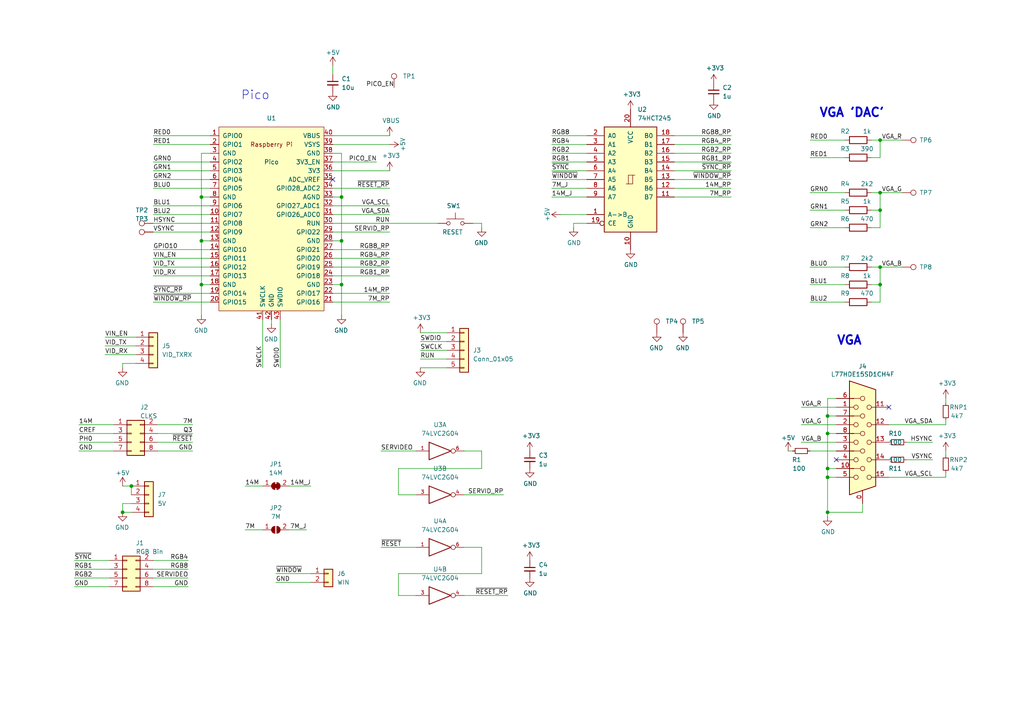
<source format=kicad_sch>
(kicad_sch (version 20211123) (generator eeschema)
  (paper "A4")
  (title_block (title "VGA Pico Proto") (date "2022-02-20") (rev "1") (company "twitch.tv/baldengineer"))
  (lib_symbols
    (symbol "74LVC2G04_1" (pin_names (offset 1.016))
      (property "Reference" "U3" (at -0.635 7.62 0))
      (property "Value" "74LVC2G04_1" (at -0.635 5.08 0))
      (symbol "74LVC2G04_1_0_1"
        (polyline (pts (xy -3.81 2.54) (xy -3.81 -2.54) (xy 2.54 0) (xy -3.81 2.54)) (stroke (width 0.254)))
        (pin power_in line (at 0 -2.54 270) (length 0) hide (name "GND") (number "2"))
        (pin power_in line (at 0 2.54 90) (length 0) hide (name "+3.3V") (number "5"))
      )
      (symbol "74LVC2G04_1_1_1"
        (pin input line (at -7.62 0 0) (length 3.81) (name "~") (number "1"))
        (pin output inverted (at 6.35 0 180) (length 3.81) (name "~") (number "6"))
      )
      (symbol "74LVC2G04_1_2_1"
        (pin input line (at -7.62 0 0) (length 3.81) (name "~") (number "3"))
        (pin output inverted (at 6.35 0 180) (length 3.81) (name "~") (number "4"))
      )
    )
    (symbol "74LVC2G04_2" (pin_names (offset 1.016))
      (property "Reference" "U3" (at -0.635 7.62 0))
      (property "Value" "74LVC2G04_2" (at -0.635 5.08 0))
      (symbol "74LVC2G04_2_0_1"
        (polyline (pts (xy -3.81 2.54) (xy -3.81 -2.54) (xy 2.54 0) (xy -3.81 2.54)) (stroke (width 0.254)))
        (pin power_in line (at 0 -2.54 270) (length 0) hide (name "GND") (number "2"))
        (pin power_in line (at 0 2.54 90) (length 0) hide (name "+3.3V") (number "5"))
      )
      (symbol "74LVC2G04_2_1_1"
        (pin input line (at -7.62 0 0) (length 3.81) (name "~") (number "1"))
        (pin output inverted (at 6.35 0 180) (length 3.81) (name "~") (number "6"))
      )
      (symbol "74LVC2G04_2_2_1"
        (pin input line (at -7.62 0 0) (length 3.81) (name "~") (number "3"))
        (pin output inverted (at 6.35 0 180) (length 3.81) (name "~") (number "4"))
      )
    )
    (symbol "74LVC2G04_3" (pin_names (offset 1.016))
      (property "Reference" "U4" (at -0.635 7.62 0))
      (property "Value" "74LVC2G04_3" (at -0.635 5.08 0))
      (symbol "74LVC2G04_3_0_1"
        (polyline (pts (xy -3.81 2.54) (xy -3.81 -2.54) (xy 2.54 0) (xy -3.81 2.54)) (stroke (width 0.254)))
        (pin power_in line (at 0 -2.54 270) (length 0) hide (name "GND") (number "2"))
        (pin power_in line (at 0 2.54 90) (length 0) hide (name "+3.3V") (number "5"))
      )
      (symbol "74LVC2G04_3_1_1"
        (pin input line (at -7.62 0 0) (length 3.81) (name "~") (number "1"))
        (pin output inverted (at 6.35 0 180) (length 3.81) (name "~") (number "6"))
      )
      (symbol "74LVC2G04_3_2_1"
        (pin input line (at -7.62 0 0) (length 3.81) (name "~") (number "3"))
        (pin output inverted (at 6.35 0 180) (length 3.81) (name "~") (number "4"))
      )
    )
    (symbol "74xGxx:74LVC2G04" (pin_names (offset 1.016))
      (property "Reference" "U4" (at -0.635 7.62 0))
      (property "Value" "74LVC2G04" (at -0.635 5.08 0))
      (symbol "74LVC2G04_0_1"
        (polyline (pts (xy -3.81 2.54) (xy -3.81 -2.54) (xy 2.54 0) (xy -3.81 2.54)) (stroke (width 0.254)))
        (pin power_in line (at 0 -2.54 270) (length 0) hide (name "GND") (number "2"))
        (pin power_in line (at 0 2.54 90) (length 0) hide (name "+3.3V") (number "5"))
      )
      (symbol "74LVC2G04_1_1"
        (pin input line (at -7.62 0 0) (length 3.81) (name "~") (number "1"))
        (pin output inverted (at 6.35 0 180) (length 3.81) (name "~") (number "6"))
      )
      (symbol "74LVC2G04_2_1"
        (pin input line (at -7.62 0 0) (length 3.81) (name "~") (number "3"))
        (pin output inverted (at 6.35 0 180) (length 3.81) (name "~") (number "4"))
      )
    )
    (symbol "74xx:74HC245" (pin_names (offset 1.016))
      (property "Reference" "U" (at -7.62 16.51 0))
      (property "Value" "74HC245" (at -7.62 -16.51 0))
      (symbol "74HC245_1_0"
        (polyline (pts (xy -0.635 -1.27) (xy -0.635 1.27) (xy 0.635 1.27)))
        (polyline (pts (xy -1.27 -1.27) (xy 0.635 -1.27) (xy 0.635 1.27) (xy 1.27 1.27)))
        (pin input line (at -12.7 -10.16 0) (length 5.08) (name "A->B") (number "1"))
        (pin power_in line (at 0 -20.32 90) (length 5.08) (name "GND") (number "10"))
        (pin tri_state line (at 12.7 -5.08 180) (length 5.08) (name "B7") (number "11"))
        (pin tri_state line (at 12.7 -2.54 180) (length 5.08) (name "B6") (number "12"))
        (pin tri_state line (at 12.7 0 180) (length 5.08) (name "B5") (number "13"))
        (pin tri_state line (at 12.7 2.54 180) (length 5.08) (name "B4") (number "14"))
        (pin tri_state line (at 12.7 5.08 180) (length 5.08) (name "B3") (number "15"))
        (pin tri_state line (at 12.7 7.62 180) (length 5.08) (name "B2") (number "16"))
        (pin tri_state line (at 12.7 10.16 180) (length 5.08) (name "B1") (number "17"))
        (pin tri_state line (at 12.7 12.7 180) (length 5.08) (name "B0") (number "18"))
        (pin input inverted (at -12.7 -12.7 0) (length 5.08) (name "CE") (number "19"))
        (pin tri_state line (at -12.7 12.7 0) (length 5.08) (name "A0") (number "2"))
        (pin power_in line (at 0 20.32 270) (length 5.08) (name "VCC") (number "20"))
        (pin tri_state line (at -12.7 10.16 0) (length 5.08) (name "A1") (number "3"))
        (pin tri_state line (at -12.7 7.62 0) (length 5.08) (name "A2") (number "4"))
        (pin tri_state line (at -12.7 5.08 0) (length 5.08) (name "A3") (number "5"))
        (pin tri_state line (at -12.7 2.54 0) (length 5.08) (name "A4") (number "6"))
        (pin tri_state line (at -12.7 0 0) (length 5.08) (name "A5") (number "7"))
        (pin tri_state line (at -12.7 -2.54 0) (length 5.08) (name "A6") (number "8"))
        (pin tri_state line (at -12.7 -5.08 0) (length 5.08) (name "A7") (number "9"))
      )
      (symbol "74HC245_1_1"
        (rectangle (start -7.62 15.24) (end 7.62 -15.24) (stroke (width 0.254)) (fill (type background)))
      )
    )
    (symbol "Connector:DB15_Female_HighDensity_MountingHoles" (pin_names (offset 1.016) hide)
      (property "Reference" "J" (at 0 21.59 0))
      (property "Value" "DB15_Female_HighDensity_MountingHoles" (at 0 19.05 0))
      (symbol "DB15_Female_HighDensity_MountingHoles_0_1"
        (circle (center -1.905 -10.16) (radius 0.635))
        (circle (center -1.905 -5.08) (radius 0.635))
        (circle (center -1.905 0) (radius 0.635))
        (circle (center -1.905 5.08) (radius 0.635))
        (circle (center -1.905 10.16) (radius 0.635))
        (circle (center 0 -7.62) (radius 0.635))
        (circle (center 0 -2.54) (radius 0.635))
        (polyline (pts (xy -3.175 7.62) (xy -0.635 7.62)))
        (polyline (pts (xy -0.635 -7.62) (xy -3.175 -7.62)))
        (polyline (pts (xy -0.635 -2.54) (xy -3.175 -2.54)))
        (polyline (pts (xy -0.635 2.54) (xy -3.175 2.54)))
        (polyline (pts (xy -0.635 12.7) (xy -3.175 12.7)))
        (polyline (pts (xy -3.81 17.78) (xy -3.81 -15.24) (xy 3.81 -12.7) (xy 3.81 15.24) (xy -3.81 17.78)) (stroke (width 0.254)) (fill (type background)))
        (circle (center 0 2.54) (radius 0.635))
        (circle (center 0 7.62) (radius 0.635))
        (circle (center 0 12.7) (radius 0.635))
        (circle (center 1.905 -10.16) (radius 0.635))
        (circle (center 1.905 -5.08) (radius 0.635))
        (circle (center 1.905 0) (radius 0.635))
        (circle (center 1.905 5.08) (radius 0.635))
        (circle (center 1.905 10.16) (radius 0.635))
      )
      (symbol "DB15_Female_HighDensity_MountingHoles_1_1"
        (pin passive line (at 0 -17.78 90) (length 3.81) (name "~") (number "0"))
        (pin passive line (at -7.62 10.16 0) (length 5.08) (name "~") (number "1"))
        (pin passive line (at -7.62 -7.62 0) (length 5.08) (name "~") (number "10"))
        (pin passive line (at 7.62 10.16 180) (length 5.08) (name "~") (number "11"))
        (pin passive line (at 7.62 5.08 180) (length 5.08) (name "~") (number "12"))
        (pin passive line (at 7.62 0 180) (length 5.08) (name "~") (number "13"))
        (pin passive line (at 7.62 -5.08 180) (length 5.08) (name "~") (number "14"))
        (pin passive line (at 7.62 -10.16 180) (length 5.08) (name "~") (number "15"))
        (pin passive line (at -7.62 5.08 0) (length 5.08) (name "~") (number "2"))
        (pin passive line (at -7.62 0 0) (length 5.08) (name "~") (number "3"))
        (pin passive line (at -7.62 -5.08 0) (length 5.08) (name "~") (number "4"))
        (pin passive line (at -7.62 -10.16 0) (length 5.08) (name "~") (number "5"))
        (pin passive line (at -7.62 12.7 0) (length 5.08) (name "~") (number "6"))
        (pin passive line (at -7.62 7.62 0) (length 5.08) (name "~") (number "7"))
        (pin passive line (at -7.62 2.54 0) (length 5.08) (name "~") (number "8"))
        (pin passive line (at -7.62 -2.54 0) (length 5.08) (name "~") (number "9"))
      )
    )
    (symbol "Connector_Generic:Conn_01x02" (pin_names (offset 1.016) hide)
      (property "Reference" "J" (at 0 2.54 0))
      (property "Value" "Conn_01x02" (at 0 -5.08 0))
      (symbol "Conn_01x02_1_1"
        (rectangle (start -1.27 -2.413) (end 0 -2.667) (stroke (width 0.1524)))
        (rectangle (start -1.27 0.127) (end 0 -0.127) (stroke (width 0.1524)))
        (rectangle (start -1.27 1.27) (end 1.27 -3.81) (stroke (width 0.254)) (fill (type background)))
        (pin passive line (at -5.08 0 0) (length 3.81) (name "Pin_1") (number "1"))
        (pin passive line (at -5.08 -2.54 0) (length 3.81) (name "Pin_2") (number "2"))
      )
    )
    (symbol "Connector_Generic:Conn_01x04" (pin_names (offset 1.016) hide)
      (property "Reference" "J" (at 0 5.08 0))
      (property "Value" "Conn_01x04" (at 0 -7.62 0))
      (symbol "Conn_01x04_1_1"
        (rectangle (start -1.27 -4.953) (end 0 -5.207) (stroke (width 0.1524)))
        (rectangle (start -1.27 -2.413) (end 0 -2.667) (stroke (width 0.1524)))
        (rectangle (start -1.27 0.127) (end 0 -0.127) (stroke (width 0.1524)))
        (rectangle (start -1.27 2.667) (end 0 2.413) (stroke (width 0.1524)))
        (rectangle (start -1.27 3.81) (end 1.27 -6.35) (stroke (width 0.254)) (fill (type background)))
        (pin passive line (at -5.08 2.54 0) (length 3.81) (name "Pin_1") (number "1"))
        (pin passive line (at -5.08 0 0) (length 3.81) (name "Pin_2") (number "2"))
        (pin passive line (at -5.08 -2.54 0) (length 3.81) (name "Pin_3") (number "3"))
        (pin passive line (at -5.08 -5.08 0) (length 3.81) (name "Pin_4") (number "4"))
      )
    )
    (symbol "Connector_Generic:Conn_01x05" (pin_names (offset 1.016) hide)
      (property "Reference" "J" (at 0 7.62 0))
      (property "Value" "Conn_01x05" (at 0 -7.62 0))
      (symbol "Conn_01x05_1_1"
        (rectangle (start -1.27 -4.953) (end 0 -5.207) (stroke (width 0.1524)))
        (rectangle (start -1.27 -2.413) (end 0 -2.667) (stroke (width 0.1524)))
        (rectangle (start -1.27 0.127) (end 0 -0.127) (stroke (width 0.1524)))
        (rectangle (start -1.27 2.667) (end 0 2.413) (stroke (width 0.1524)))
        (rectangle (start -1.27 5.207) (end 0 4.953) (stroke (width 0.1524)))
        (rectangle (start -1.27 6.35) (end 1.27 -6.35) (stroke (width 0.254)) (fill (type background)))
        (pin passive line (at -5.08 5.08 0) (length 3.81) (name "Pin_1") (number "1"))
        (pin passive line (at -5.08 2.54 0) (length 3.81) (name "Pin_2") (number "2"))
        (pin passive line (at -5.08 0 0) (length 3.81) (name "Pin_3") (number "3"))
        (pin passive line (at -5.08 -2.54 0) (length 3.81) (name "Pin_4") (number "4"))
        (pin passive line (at -5.08 -5.08 0) (length 3.81) (name "Pin_5") (number "5"))
      )
    )
    (symbol "Connector_Generic:Conn_02x04_Odd_Even" (pin_names (offset 1.016) hide)
      (property "Reference" "J" (at 1.27 5.08 0))
      (property "Value" "Conn_02x04_Odd_Even" (at 1.27 -7.62 0))
      (symbol "Conn_02x04_Odd_Even_1_1"
        (rectangle (start -1.27 -4.953) (end 0 -5.207) (stroke (width 0.1524)))
        (rectangle (start -1.27 -2.413) (end 0 -2.667) (stroke (width 0.1524)))
        (rectangle (start -1.27 0.127) (end 0 -0.127) (stroke (width 0.1524)))
        (rectangle (start -1.27 2.667) (end 0 2.413) (stroke (width 0.1524)))
        (rectangle (start -1.27 3.81) (end 3.81 -6.35) (stroke (width 0.254)) (fill (type background)))
        (rectangle (start 3.81 -4.953) (end 2.54 -5.207) (stroke (width 0.1524)))
        (rectangle (start 3.81 -2.413) (end 2.54 -2.667) (stroke (width 0.1524)))
        (rectangle (start 3.81 0.127) (end 2.54 -0.127) (stroke (width 0.1524)))
        (rectangle (start 3.81 2.667) (end 2.54 2.413) (stroke (width 0.1524)))
        (pin passive line (at -5.08 2.54 0) (length 3.81) (name "Pin_1") (number "1"))
        (pin passive line (at 7.62 2.54 180) (length 3.81) (name "Pin_2") (number "2"))
        (pin passive line (at -5.08 0 0) (length 3.81) (name "Pin_3") (number "3"))
        (pin passive line (at 7.62 0 180) (length 3.81) (name "Pin_4") (number "4"))
        (pin passive line (at -5.08 -2.54 0) (length 3.81) (name "Pin_5") (number "5"))
        (pin passive line (at 7.62 -2.54 180) (length 3.81) (name "Pin_6") (number "6"))
        (pin passive line (at -5.08 -5.08 0) (length 3.81) (name "Pin_7") (number "7"))
        (pin passive line (at 7.62 -5.08 180) (length 3.81) (name "Pin_8") (number "8"))
      )
    )
    (symbol "Device:R" (pin_numbers hide) (pin_names (offset 0))
      (property "Reference" "R" (at 2.032 0 90))
      (property "Value" "R" (at 0 0 90))
      (symbol "R_0_1"
        (rectangle (start -1.016 -2.54) (end 1.016 2.54) (stroke (width 0.254)))
      )
      (symbol "R_1_1"
        (pin passive line (at 0 3.81 270) (length 1.27) (name "~") (number "1"))
        (pin passive line (at 0 -3.81 90) (length 1.27) (name "~") (number "2"))
      )
    )
    (symbol "Jumper:SolderJumper_2_Bridged" (pin_names (offset 0) hide)
      (property "Reference" "JP" (at 0 2.032 0))
      (property "Value" "SolderJumper_2_Bridged" (at 0 -2.54 0))
      (symbol "SolderJumper_2_Bridged_0_1"
        (rectangle (start -0.508 0.508) (end 0.508 -0.508) (fill (type outline)))
        (arc (start -0.254 1.016) (mid -1.27 0) (end -0.254 -1.016))
        (arc (start -0.254 1.016) (mid -1.27 0) (end -0.254 -1.016) (fill (type outline)))
        (polyline (pts (xy -0.254 1.016) (xy -0.254 -1.016)))
        (polyline (pts (xy 0.254 1.016) (xy 0.254 -1.016)))
        (arc (start 0.254 -1.016) (mid 1.27 0) (end 0.254 1.016))
        (arc (start 0.254 -1.016) (mid 1.27 0) (end 0.254 1.016) (fill (type outline)))
      )
      (symbol "SolderJumper_2_Bridged_1_1"
        (pin passive line (at -3.81 0 0) (length 2.54) (name "A") (number "1"))
        (pin passive line (at 3.81 0 180) (length 2.54) (name "B") (number "2"))
      )
    )
    (symbol "Jumper:SolderJumper_2_Open" (pin_names (offset 0) hide)
      (property "Reference" "JP" (at 0 2.032 0))
      (property "Value" "SolderJumper_2_Open" (at 0 -2.54 0))
      (symbol "SolderJumper_2_Open_0_1"
        (arc (start -0.254 1.016) (mid -1.27 0) (end -0.254 -1.016))
        (arc (start -0.254 1.016) (mid -1.27 0) (end -0.254 -1.016) (fill (type outline)))
        (polyline (pts (xy -0.254 1.016) (xy -0.254 -1.016)))
        (polyline (pts (xy 0.254 1.016) (xy 0.254 -1.016)))
        (arc (start 0.254 -1.016) (mid 1.27 0) (end 0.254 1.016))
        (arc (start 0.254 -1.016) (mid 1.27 0) (end 0.254 1.016) (fill (type outline)))
      )
      (symbol "SolderJumper_2_Open_1_1"
        (pin passive line (at -3.81 0 0) (length 2.54) (name "A") (number "1"))
        (pin passive line (at 3.81 0 180) (length 2.54) (name "B") (number "2"))
      )
    )
    (symbol "My Library:C_0805" (pin_numbers hide) (pin_names (offset 0.254) hide)
      (property "Reference" "C" (at 0.254 1.778 0))
      (property "Value" "C_0805" (at 0.254 -2.032 0))
      (symbol "C_0805_0_1"
        (polyline (pts (xy -1.524 -0.508) (xy 1.524 -0.508)) (stroke (width 0.3302)))
        (polyline (pts (xy -1.524 0.508) (xy 1.524 0.508)) (stroke (width 0.3048)))
      )
      (symbol "C_0805_1_1"
        (pin passive line (at 0 2.54 270) (length 2.032) (name "~") (number "1"))
        (pin passive line (at 0 -2.54 90) (length 2.032) (name "~") (number "2"))
      )
    )
    (symbol "My Library:TestPoint_Harwin" (pin_numbers hide) (pin_names (offset 0.762) hide)
      (property "Reference" "TP" (at 0 6.858 0))
      (symbol "TestPoint_Harwin_0_1"
        (circle (center 0 3.302) (radius 0.762))
      )
      (symbol "TestPoint_Harwin_1_1"
        (pin passive line (at 0 0 90) (length 2.54) (name "1") (number "1"))
      )
    )
    (symbol "My_Library:R_0805" (pin_numbers hide) (pin_names (offset 0.254) hide)
      (property "Reference" "R" (at 0.762 0.508 0))
      (property "Value" "My_Library_R_0805" (at 0.762 -1.016 0))
      (symbol "R_0805_0_1"
        (rectangle (start -0.762 1.778) (end 0.762 -1.778) (stroke (width 0.2032)))
      )
      (symbol "R_0805_1_1"
        (pin passive line (at 0 2.54 270) (length 0.762) (name "~") (number "1"))
        (pin passive line (at 0 -2.54 90) (length 0.762) (name "~") (number "2"))
      )
    )
    (symbol "RPi_Pico:Pico" (pin_names (offset 1.016))
      (property "Reference" "U" (at -13.97 27.94 0))
      (property "Value" "Pico" (at 0 19.05 0))
      (symbol "Pico_0_0"
        (text "Raspberry Pi" (at 0 21.59 0) (effects (font (size 1.27 1.27))))
      )
      (symbol "Pico_0_1"
        (rectangle (start -15.24 26.67) (end 15.24 -26.67) (fill (type background)))
      )
      (symbol "Pico_1_1"
        (pin bidirectional line (at -17.78 24.13 0) (length 2.54) (name "GPIO0") (number "1"))
        (pin bidirectional line (at -17.78 1.27 0) (length 2.54) (name "GPIO7") (number "10"))
        (pin bidirectional line (at -17.78 -1.27 0) (length 2.54) (name "GPIO8") (number "11"))
        (pin bidirectional line (at -17.78 -3.81 0) (length 2.54) (name "GPIO9") (number "12"))
        (pin power_in line (at -17.78 -6.35 0) (length 2.54) (name "GND") (number "13"))
        (pin bidirectional line (at -17.78 -8.89 0) (length 2.54) (name "GPIO10") (number "14"))
        (pin bidirectional line (at -17.78 -11.43 0) (length 2.54) (name "GPIO11") (number "15"))
        (pin bidirectional line (at -17.78 -13.97 0) (length 2.54) (name "GPIO12") (number "16"))
        (pin bidirectional line (at -17.78 -16.51 0) (length 2.54) (name "GPIO13") (number "17"))
        (pin power_in line (at -17.78 -19.05 0) (length 2.54) (name "GND") (number "18"))
        (pin bidirectional line (at -17.78 -21.59 0) (length 2.54) (name "GPIO14") (number "19"))
        (pin bidirectional line (at -17.78 21.59 0) (length 2.54) (name "GPIO1") (number "2"))
        (pin bidirectional line (at -17.78 -24.13 0) (length 2.54) (name "GPIO15") (number "20"))
        (pin bidirectional line (at 17.78 -24.13 180) (length 2.54) (name "GPIO16") (number "21"))
        (pin bidirectional line (at 17.78 -21.59 180) (length 2.54) (name "GPIO17") (number "22"))
        (pin power_in line (at 17.78 -19.05 180) (length 2.54) (name "GND") (number "23"))
        (pin bidirectional line (at 17.78 -16.51 180) (length 2.54) (name "GPIO18") (number "24"))
        (pin bidirectional line (at 17.78 -13.97 180) (length 2.54) (name "GPIO19") (number "25"))
        (pin bidirectional line (at 17.78 -11.43 180) (length 2.54) (name "GPIO20") (number "26"))
        (pin bidirectional line (at 17.78 -8.89 180) (length 2.54) (name "GPIO21") (number "27"))
        (pin power_in line (at 17.78 -6.35 180) (length 2.54) (name "GND") (number "28"))
        (pin bidirectional line (at 17.78 -3.81 180) (length 2.54) (name "GPIO22") (number "29"))
        (pin power_in line (at -17.78 19.05 0) (length 2.54) (name "GND") (number "3"))
        (pin input line (at 17.78 -1.27 180) (length 2.54) (name "RUN") (number "30"))
        (pin bidirectional line (at 17.78 1.27 180) (length 2.54) (name "GPIO26_ADC0") (number "31"))
        (pin bidirectional line (at 17.78 3.81 180) (length 2.54) (name "GPIO27_ADC1") (number "32"))
        (pin power_in line (at 17.78 6.35 180) (length 2.54) (name "AGND") (number "33"))
        (pin bidirectional line (at 17.78 8.89 180) (length 2.54) (name "GPIO28_ADC2") (number "34"))
        (pin unspecified line (at 17.78 11.43 180) (length 2.54) (name "ADC_VREF") (number "35"))
        (pin unspecified line (at 17.78 13.97 180) (length 2.54) (name "3V3") (number "36"))
        (pin input line (at 17.78 16.51 180) (length 2.54) (name "3V3_EN") (number "37"))
        (pin bidirectional line (at 17.78 19.05 180) (length 2.54) (name "GND") (number "38"))
        (pin unspecified line (at 17.78 21.59 180) (length 2.54) (name "VSYS") (number "39"))
        (pin bidirectional line (at -17.78 16.51 0) (length 2.54) (name "GPIO2") (number "4"))
        (pin unspecified line (at 17.78 24.13 180) (length 2.54) (name "VBUS") (number "40"))
        (pin input line (at -2.54 -29.21 90) (length 2.54) (name "SWCLK") (number "41"))
        (pin power_in line (at 0 -29.21 90) (length 2.54) (name "GND") (number "42"))
        (pin bidirectional line (at 2.54 -29.21 90) (length 2.54) (name "SWDIO") (number "43"))
        (pin bidirectional line (at -17.78 13.97 0) (length 2.54) (name "GPIO3") (number "5"))
        (pin bidirectional line (at -17.78 11.43 0) (length 2.54) (name "GPIO4") (number "6"))
        (pin bidirectional line (at -17.78 8.89 0) (length 2.54) (name "GPIO5") (number "7"))
        (pin power_in line (at -17.78 6.35 0) (length 2.54) (name "GND") (number "8"))
        (pin bidirectional line (at -17.78 3.81 0) (length 2.54) (name "GPIO6") (number "9"))
      )
    )
    (symbol "Switch:SW_Push" (pin_numbers hide) (pin_names (offset 1.016) hide)
      (property "Reference" "SW" (at 1.27 2.54 0))
      (property "Value" "SW_Push" (at 0 -1.524 0))
      (symbol "SW_Push_0_1"
        (circle (center -2.032 0) (radius 0.508))
        (polyline (pts (xy 0 1.27) (xy 0 3.048)))
        (polyline (pts (xy 2.54 1.27) (xy -2.54 1.27)))
        (circle (center 2.032 0) (radius 0.508))
        (pin passive line (at -5.08 0 0) (length 2.54) (name "1") (number "1"))
        (pin passive line (at 5.08 0 180) (length 2.54) (name "2") (number "2"))
      )
    )
    (symbol "power:+3.3V" (power) (pin_names (offset 0))
      (property "Value" "+3.3V" (at 0 3.556 0))
      (symbol "+3.3V_0_1"
        (polyline (pts (xy -0.762 1.27) (xy 0 2.54)))
        (polyline (pts (xy 0 0) (xy 0 2.54)))
        (polyline (pts (xy 0 2.54) (xy 0.762 1.27)))
      )
      (symbol "+3.3V_1_1"
        (pin power_in line (at 0 0 90) (length 0) hide (name "+3V3") (number "1"))
      )
    )
    (symbol "power:+3V3" (power) (pin_names (offset 0))
      (property "Value" "+3V3" (at 0 3.556 0))
      (symbol "+3V3_0_1"
        (polyline (pts (xy -0.762 1.27) (xy 0 2.54)))
        (polyline (pts (xy 0 0) (xy 0 2.54)))
        (polyline (pts (xy 0 2.54) (xy 0.762 1.27)))
      )
      (symbol "+3V3_1_1"
        (pin power_in line (at 0 0 90) (length 0) hide (name "+3V3") (number "1"))
      )
    )
    (symbol "power:+5V" (power) (pin_names (offset 0))
      (property "Value" "+5V" (at 0 3.556 0))
      (symbol "+5V_0_1"
        (polyline (pts (xy -0.762 1.27) (xy 0 2.54)))
        (polyline (pts (xy 0 0) (xy 0 2.54)))
        (polyline (pts (xy 0 2.54) (xy 0.762 1.27)))
      )
      (symbol "+5V_1_1"
        (pin power_in line (at 0 0 90) (length 0) hide (name "+5V") (number "1"))
      )
    )
    (symbol "power:GND" (power) (pin_names (offset 0))
      (property "Value" "GND" (at 0 -3.81 0))
      (symbol "GND_0_1"
        (polyline (pts (xy 0 0) (xy 0 -1.27) (xy 1.27 -1.27) (xy 0 -2.54) (xy -1.27 -1.27) (xy 0 -1.27)))
      )
      (symbol "GND_1_1"
        (pin power_in line (at 0 0 270) (length 0) hide (name "GND") (number "1"))
      )
    )
    (symbol "power:VBUS" (power) (pin_names (offset 0))
      (property "Value" "VBUS" (at 0 3.81 0))
      (symbol "VBUS_0_1"
        (polyline (pts (xy -0.762 1.27) (xy 0 2.54)))
        (polyline (pts (xy 0 0) (xy 0 2.54)))
        (polyline (pts (xy 0 2.54) (xy 0.762 1.27)))
      )
      (symbol "VBUS_1_1"
        (pin power_in line (at 0 0 90) (length 0) hide (name "VBUS") (number "1"))
      )
    )
  )
  (junction (at 58.42 82.55))
  (junction (at 35.56 148.59))
  (junction (at 255.27 40.64))
  (junction (at 99.06 69.85))
  (junction (at 255.27 82.55))
  (junction (at 58.42 57.15))
  (junction (at 240.03 148.59))
  (junction (at 240.03 120.65))
  (junction (at 99.06 57.15))
  (junction (at 255.27 55.88))
  (junction (at 240.03 135.89))
  (junction (at 255.27 60.96))
  (junction (at 58.42 69.85))
  (junction (at 240.03 125.73))
  (junction (at 255.27 77.47))
  (junction (at 240.03 138.43))
  (junction (at 99.06 82.55))
  (junction (at 38.1 140.97))
  (no_connect (at 96.52 52.07))
  (no_connect (at 257.81 118.11))
  (no_connect (at 242.57 133.35))
  (wire (pts (xy 240.03 125.73) (xy 240.03 135.89)))
  (wire (pts (xy 234.95 87.63) (xy 245.11 87.63)))
  (wire (pts (xy 255.27 60.96) (xy 255.27 66.04)))
  (wire (pts (xy 252.73 82.55) (xy 255.27 82.55)))
  (wire (pts (xy 33.02 128.27) (xy 22.86 128.27)))
  (wire (pts (xy 45.72 128.27) (xy 55.88 128.27)))
  (wire (pts (xy 245.11 60.96) (xy 234.95 60.96)))
  (wire (pts (xy 252.73 87.63) (xy 255.27 87.63)))
  (wire (pts (xy 252.73 66.04) (xy 255.27 66.04)))
  (wire (pts (xy 234.95 66.04) (xy 245.11 66.04)))
  (wire (pts (xy 76.2 92.71) (xy 76.2 106.68)))
  (wire (pts (xy 245.11 82.55) (xy 234.95 82.55)))
  (wire (pts (xy 60.96 57.15) (xy 58.42 57.15)))
  (wire (pts (xy 83.82 140.97) (xy 90.17 140.97)))
  (wire (pts (xy 160.02 57.15) (xy 170.18 57.15)))
  (wire (pts (xy 121.92 96.52) (xy 129.54 96.52)))
  (wire (pts (xy 160.02 52.07) (xy 170.18 52.07)))
  (wire (pts (xy 99.06 44.45) (xy 99.06 57.15)))
  (wire (pts (xy 160.02 46.99) (xy 170.18 46.99)))
  (wire (pts (xy 96.52 49.53) (xy 113.03 49.53)))
  (wire (pts (xy 195.58 57.15) (xy 212.09 57.15)))
  (wire (pts (xy 21.59 167.64) (xy 31.75 167.64)))
  (wire (pts (xy 240.03 135.89) (xy 240.03 138.43)))
  (wire (pts (xy 228.6 130.81) (xy 229.87 130.81)))
  (wire (pts (xy 242.57 135.89) (xy 240.03 135.89)))
  (wire (pts (xy 60.96 44.45) (xy 58.42 44.45)))
  (wire (pts (xy 134.62 130.81) (xy 139.7 130.81)))
  (wire (pts (xy 44.45 170.18) (xy 54.61 170.18)))
  (wire (pts (xy 240.03 138.43) (xy 240.03 148.59)))
  (wire (pts (xy 121.92 99.06) (xy 129.54 99.06)))
  (wire (pts (xy 170.18 64.77) (xy 166.37 64.77)))
  (wire (pts (xy 115.57 135.89) (xy 115.57 143.51)))
  (wire (pts (xy 121.92 104.14) (xy 129.54 104.14)))
  (wire (pts (xy 96.52 72.39) (xy 113.03 72.39)))
  (wire (pts (xy 134.62 172.72) (xy 147.32 172.72)))
  (wire (pts (xy 99.06 57.15) (xy 99.06 69.85)))
  (wire (pts (xy 255.27 45.72) (xy 255.27 40.64)))
  (wire (pts (xy 139.7 64.77) (xy 139.7 66.04)))
  (wire (pts (xy 212.09 49.53) (xy 195.58 49.53)))
  (wire (pts (xy 44.45 62.23) (xy 60.96 62.23)))
  (wire (pts (xy 166.37 64.77) (xy 166.37 66.04)))
  (wire (pts (xy 255.27 87.63) (xy 255.27 82.55)))
  (wire (pts (xy 242.57 115.57) (xy 240.03 115.57)))
  (wire (pts (xy 38.1 146.05) (xy 35.56 146.05)))
  (wire (pts (xy 115.57 166.37) (xy 115.57 172.72)))
  (wire (pts (xy 90.17 168.91) (xy 80.01 168.91)))
  (wire (pts (xy 31.75 170.18) (xy 21.59 170.18)))
  (wire (pts (xy 54.61 165.1) (xy 44.45 165.1)))
  (wire (pts (xy 242.57 138.43) (xy 240.03 138.43)))
  (wire (pts (xy 274.32 138.43) (xy 274.32 137.16)))
  (wire (pts (xy 274.32 115.57) (xy 274.32 116.84)))
  (wire (pts (xy 22.86 123.19) (xy 33.02 123.19)))
  (wire (pts (xy 195.58 44.45) (xy 212.09 44.45)))
  (wire (pts (xy 96.52 67.31) (xy 113.03 67.31)))
  (wire (pts (xy 242.57 123.19) (xy 232.41 123.19)))
  (wire (pts (xy 160.02 44.45) (xy 170.18 44.45)))
  (wire (pts (xy 96.52 39.37) (xy 113.03 39.37)))
  (wire (pts (xy 58.42 82.55) (xy 58.42 91.44)))
  (wire (pts (xy 139.7 166.37) (xy 115.57 166.37)))
  (wire (pts (xy 96.52 54.61) (xy 113.03 54.61)))
  (wire (pts (xy 121.92 101.6) (xy 129.54 101.6)))
  (wire (pts (xy 96.52 69.85) (xy 99.06 69.85)))
  (wire (pts (xy 45.72 130.81) (xy 55.88 130.81)))
  (wire (pts (xy 252.73 60.96) (xy 255.27 60.96)))
  (wire (pts (xy 96.52 62.23) (xy 113.03 62.23)))
  (wire (pts (xy 33.02 130.81) (xy 22.86 130.81)))
  (wire (pts (xy 195.58 54.61) (xy 212.09 54.61)))
  (wire (pts (xy 30.48 102.87) (xy 39.37 102.87)))
  (wire (pts (xy 242.57 125.73) (xy 240.03 125.73)))
  (wire (pts (xy 110.49 158.75) (xy 120.65 158.75)))
  (wire (pts (xy 54.61 162.56) (xy 44.45 162.56)))
  (wire (pts (xy 96.52 85.09) (xy 113.03 85.09)))
  (wire (pts (xy 240.03 115.57) (xy 240.03 120.65)))
  (wire (pts (xy 255.27 77.47) (xy 261.62 77.47)))
  (wire (pts (xy 30.48 97.79) (xy 39.37 97.79)))
  (wire (pts (xy 44.45 52.07) (xy 60.96 52.07)))
  (wire (pts (xy 137.16 64.77) (xy 139.7 64.77)))
  (wire (pts (xy 240.03 120.65) (xy 240.03 125.73)))
  (wire (pts (xy 76.2 153.67) (xy 71.12 153.67)))
  (wire (pts (xy 252.73 77.47) (xy 255.27 77.47)))
  (wire (pts (xy 242.57 128.27) (xy 232.41 128.27)))
  (wire (pts (xy 35.56 140.97) (xy 38.1 140.97)))
  (wire (pts (xy 99.06 69.85) (xy 99.06 82.55)))
  (wire (pts (xy 44.45 74.93) (xy 60.96 74.93)))
  (wire (pts (xy 44.45 80.01) (xy 60.96 80.01)))
  (wire (pts (xy 245.11 40.64) (xy 234.95 40.64)))
  (wire (pts (xy 250.19 148.59) (xy 250.19 146.05)))
  (wire (pts (xy 96.52 44.45) (xy 99.06 44.45)))
  (wire (pts (xy 115.57 143.51) (xy 120.65 143.51)))
  (wire (pts (xy 30.48 100.33) (xy 39.37 100.33)))
  (wire (pts (xy 160.02 39.37) (xy 170.18 39.37)))
  (wire (pts (xy 255.27 55.88) (xy 261.62 55.88)))
  (wire (pts (xy 139.7 135.89) (xy 115.57 135.89)))
  (wire (pts (xy 257.81 123.19) (xy 274.32 123.19)))
  (wire (pts (xy 274.32 130.81) (xy 274.32 132.08)))
  (wire (pts (xy 96.52 19.05) (xy 96.52 21.59)))
  (wire (pts (xy 90.17 166.37) (xy 80.01 166.37)))
  (wire (pts (xy 234.95 130.81) (xy 242.57 130.81)))
  (wire (pts (xy 38.1 140.97) (xy 38.1 143.51)))
  (wire (pts (xy 274.32 121.92) (xy 274.32 123.19)))
  (wire (pts (xy 195.58 39.37) (xy 212.09 39.37)))
  (wire (pts (xy 262.89 133.35) (xy 270.51 133.35)))
  (wire (pts (xy 44.45 39.37) (xy 60.96 39.37)))
  (wire (pts (xy 245.11 55.88) (xy 234.95 55.88)))
  (wire (pts (xy 44.45 41.91) (xy 60.96 41.91)))
  (wire (pts (xy 240.03 148.59) (xy 240.03 149.86)))
  (wire (pts (xy 81.28 92.71) (xy 81.28 106.68)))
  (wire (pts (xy 71.12 140.97) (xy 76.2 140.97)))
  (wire (pts (xy 45.72 123.19) (xy 55.88 123.19)))
  (wire (pts (xy 96.52 64.77) (xy 127 64.77)))
  (wire (pts (xy 240.03 148.59) (xy 250.19 148.59)))
  (wire (pts (xy 35.56 146.05) (xy 35.56 148.59)))
  (wire (pts (xy 96.52 82.55) (xy 99.06 82.55)))
  (wire (pts (xy 96.52 57.15) (xy 99.06 57.15)))
  (wire (pts (xy 160.02 54.61) (xy 170.18 54.61)))
  (wire (pts (xy 115.57 172.72) (xy 120.65 172.72)))
  (wire (pts (xy 44.45 67.31) (xy 60.96 67.31)))
  (wire (pts (xy 58.42 57.15) (xy 58.42 69.85)))
  (wire (pts (xy 96.52 74.93) (xy 113.03 74.93)))
  (wire (pts (xy 245.11 77.47) (xy 234.95 77.47)))
  (wire (pts (xy 160.02 41.91) (xy 170.18 41.91)))
  (wire (pts (xy 134.62 158.75) (xy 139.7 158.75)))
  (wire (pts (xy 44.45 64.77) (xy 60.96 64.77)))
  (wire (pts (xy 96.52 87.63) (xy 113.03 87.63)))
  (wire (pts (xy 21.59 162.56) (xy 31.75 162.56)))
  (wire (pts (xy 35.56 105.41) (xy 35.56 106.68)))
  (wire (pts (xy 44.45 49.53) (xy 60.96 49.53)))
  (wire (pts (xy 35.56 148.59) (xy 38.1 148.59)))
  (wire (pts (xy 252.73 55.88) (xy 255.27 55.88)))
  (wire (pts (xy 96.52 41.91) (xy 113.03 41.91)))
  (wire (pts (xy 33.02 125.73) (xy 22.86 125.73)))
  (wire (pts (xy 252.73 45.72) (xy 255.27 45.72)))
  (wire (pts (xy 44.45 87.63) (xy 60.96 87.63)))
  (wire (pts (xy 78.74 92.71) (xy 78.74 93.98)))
  (wire (pts (xy 54.61 167.64) (xy 44.45 167.64)))
  (wire (pts (xy 195.58 46.99) (xy 212.09 46.99)))
  (wire (pts (xy 21.59 165.1) (xy 31.75 165.1)))
  (wire (pts (xy 39.37 105.41) (xy 35.56 105.41)))
  (wire (pts (xy 44.45 54.61) (xy 60.96 54.61)))
  (wire (pts (xy 162.56 62.23) (xy 170.18 62.23)))
  (wire (pts (xy 255.27 55.88) (xy 255.27 60.96)))
  (wire (pts (xy 134.62 143.51) (xy 146.05 143.51)))
  (wire (pts (xy 121.92 106.68) (xy 129.54 106.68)))
  (wire (pts (xy 255.27 82.55) (xy 255.27 77.47)))
  (wire (pts (xy 234.95 45.72) (xy 245.11 45.72)))
  (wire (pts (xy 58.42 69.85) (xy 58.42 82.55)))
  (wire (pts (xy 44.45 59.69) (xy 60.96 59.69)))
  (wire (pts (xy 262.89 128.27) (xy 270.51 128.27)))
  (wire (pts (xy 96.52 80.01) (xy 113.03 80.01)))
  (wire (pts (xy 60.96 69.85) (xy 58.42 69.85)))
  (wire (pts (xy 96.52 46.99) (xy 109.22 46.99)))
  (wire (pts (xy 139.7 130.81) (xy 139.7 135.89)))
  (wire (pts (xy 212.09 52.07) (xy 195.58 52.07)))
  (wire (pts (xy 96.52 59.69) (xy 113.03 59.69)))
  (wire (pts (xy 45.72 125.73) (xy 55.88 125.73)))
  (wire (pts (xy 44.45 77.47) (xy 60.96 77.47)))
  (wire (pts (xy 44.45 85.09) (xy 60.96 85.09)))
  (wire (pts (xy 83.82 153.67) (xy 88.9 153.67)))
  (wire (pts (xy 255.27 40.64) (xy 261.62 40.64)))
  (wire (pts (xy 242.57 118.11) (xy 232.41 118.11)))
  (wire (pts (xy 252.73 40.64) (xy 255.27 40.64)))
  (wire (pts (xy 44.45 72.39) (xy 60.96 72.39)))
  (wire (pts (xy 58.42 44.45) (xy 58.42 57.15)))
  (wire (pts (xy 44.45 46.99) (xy 60.96 46.99)))
  (wire (pts (xy 160.02 49.53) (xy 170.18 49.53)))
  (wire (pts (xy 110.49 130.81) (xy 120.65 130.81)))
  (wire (pts (xy 242.57 120.65) (xy 240.03 120.65)))
  (wire (pts (xy 99.06 82.55) (xy 99.06 91.44)))
  (wire (pts (xy 96.52 77.47) (xy 113.03 77.47)))
  (wire (pts (xy 195.58 41.91) (xy 212.09 41.91)))
  (wire (pts (xy 60.96 82.55) (xy 58.42 82.55)))
  (wire (pts (xy 257.81 138.43) (xy 274.32 138.43)))
  (wire (pts (xy 139.7 158.75) (xy 139.7 166.37)))
  (text "Pico" (at 69.85 29.21 0) (effects (font (size 2.54 2.54)) (justify left bottom)))
  (text "VGA 'DAC'" (at 237.49 34.29 0) (effects (font (size 2.54 2.54) (thickness 0.508) bold) (justify left bottom)))
  (text "VGA" (at 242.57 100.33 0) (effects (font (size 2.54 2.54) (thickness 0.508) bold) (justify left bottom)))
  (label "VGA_B" (at 261.62 77.47 180))
  (label "VGA_R" (at 261.62 40.64 180))
  (label "GRN0" (at 44.45 46.99 0))
  (label "7M_J" (at 160.02 54.61 0))
  (label "PH0" (at 22.86 128.27 0))
  (label "RUN" (at 121.92 104.14 0))
  (label "VGA_SDA" (at 270.51 123.19 180))
  (label "HSYNC" (at 270.51 128.27 180))
  (label "BLU0" (at 234.95 77.47 0))
  (label "VGA_G" (at 232.41 123.19 0))
  (label "RGB8_RP" (at 113.03 72.39 180))
  (label "RGB2_RP" (at 113.03 77.47 180))
  (label "Q3" (at 55.88 125.73 180))
  (label "GRN2" (at 234.95 66.04 0))
  (label "~{WINDOW_RP}" (at 212.09 52.07 180))
  (label "SWCLK" (at 76.2 106.68 90))
  (label "~{WINDOW}" (at 160.02 52.07 0))
  (label "RGB2_RP" (at 212.09 44.45 180))
  (label "SERVID_RP" (at 113.03 67.31 180))
  (label "RGB8_RP" (at 212.09 39.37 180))
  (label "VIN_EN" (at 44.45 74.93 0))
  (label "7M" (at 55.88 123.19 180))
  (label "SERVIDEO" (at 110.49 130.81 0))
  (label "~{SYNC}" (at 21.59 162.56 0))
  (label "RGB4" (at 160.02 41.91 0))
  (label "VGA_SDA" (at 113.03 62.23 180))
  (label "VSYNC" (at 44.45 67.31 0))
  (label "VID_TX" (at 30.48 100.33 0))
  (label "RED1" (at 234.95 45.72 0))
  (label "GND" (at 54.61 170.18 180))
  (label "PICO_EN" (at 114.3 25.4 180))
  (label "GRN1" (at 44.45 49.53 0))
  (label "RED0" (at 234.95 40.64 0))
  (label "BLU1" (at 234.95 82.55 0))
  (label "~{RESET}" (at 55.88 128.27 180))
  (label "RGB4_RP" (at 113.03 74.93 180))
  (label "VGA_B" (at 232.41 128.27 0))
  (label "RGB2" (at 160.02 44.45 0))
  (label "SWCLK" (at 121.92 101.6 0))
  (label "RGB1_RP" (at 212.09 46.99 180))
  (label "VGA_SCL" (at 113.03 59.69 180))
  (label "7M_J" (at 88.9 153.67 180))
  (label "RGB8" (at 54.61 165.1 180))
  (label "GRN2" (at 44.45 52.07 0))
  (label "~{RESET_RP}" (at 147.32 172.72 180))
  (label "RED1" (at 44.45 41.91 0))
  (label "~{SYNC}" (at 160.02 49.53 0))
  (label "RGB1_RP" (at 113.03 80.01 180))
  (label "7M_RP" (at 113.03 87.63 180))
  (label "7M_RP" (at 212.09 57.15 180))
  (label "BLU2" (at 234.95 87.63 0))
  (label "RGB8" (at 160.02 39.37 0))
  (label "GRN0" (at 234.95 55.88 0))
  (label "VID_RX" (at 30.48 102.87 0))
  (label "RGB1" (at 21.59 165.1 0))
  (label "GND" (at 55.88 130.81 180))
  (label "VGA_R" (at 232.41 118.11 0))
  (label "SERVID_RP" (at 146.05 143.51 180))
  (label "~{WINDOW}" (at 80.01 166.37 0))
  (label "~{SYNC_RP}" (at 44.45 85.09 0))
  (label "GND" (at 22.86 130.81 0))
  (label "BLU2" (at 44.45 62.23 0))
  (label "VSYNC" (at 270.51 133.35 180))
  (label "VID_TX" (at 44.45 77.47 0))
  (label "VGA_G" (at 261.62 55.88 180))
  (label "RED0" (at 44.45 39.37 0))
  (label "RGB4_RP" (at 212.09 41.91 180))
  (label "BLU1" (at 44.45 59.69 0))
  (label "GPIO10" (at 44.45 72.39 0))
  (label "14M_J" (at 160.02 57.15 0))
  (label "14M" (at 22.86 123.19 0))
  (label "GND" (at 80.01 168.91 0))
  (label "BLU0" (at 44.45 54.61 0))
  (label "~{WINDOW_RP}" (at 44.45 87.63 0))
  (label "HSYNC" (at 44.45 64.77 0))
  (label "RGB4" (at 54.61 162.56 180))
  (label "RGB2" (at 21.59 167.64 0))
  (label "RGB1" (at 160.02 46.99 0))
  (label "~{SYNC_RP}" (at 212.09 49.53 180))
  (label "SERVIDEO" (at 54.61 167.64 180))
  (label "7M" (at 71.12 153.67 0))
  (label "SWDIO" (at 81.28 106.68 90))
  (label "GND" (at 21.59 170.18 0))
  (label "~{RESET_RP}" (at 113.03 54.61 180))
  (label "14M_RP" (at 113.03 85.09 180))
  (label "14M_J" (at 90.17 140.97 180))
  (label "14M_RP" (at 212.09 54.61 180))
  (label "14M" (at 71.12 140.97 0))
  (label "RUN" (at 113.03 64.77 180))
  (label "~{RESET}" (at 110.49 158.75 0))
  (label "VGA_SCL" (at 270.51 138.43 180))
  (label "PICO_EN" (at 109.2752 46.99 180))
  (label "GRN1" (at 234.95 60.96 0))
  (label "CREF" (at 22.86 125.73 0))
  (label "VIN_EN" (at 30.48 97.79 0))
  (label "VID_RX" (at 44.45 80.01 0))
  (label "SWDIO" (at 121.92 99.06 0))
  (symbol (lib_name "74LVC2G04_1") (lib_id "74xGxx:74LVC2G04") (at 128.27 130.81 0) (unit 1)
    (property "Reference" "U3" (at 127.635 123.19 0))
    (property "Value" "74LVC2G04" (at 127.635 125.73 0))
    (property "Footprint" "Package_TO_SOT_SMD:SOT-23-6" (effects hide))
    (property "Datasheet" "http://www.ti.com/lit/sg/scyt129e/scyt129e.pdf" (effects hide))
  )
  (symbol (lib_id "power:GND") (at 240.03 149.86 0) (unit 1)
    (property "Reference" "#PWR0109" (effects hide))
    (property "Value" "GND" (at 240.157 154.2542 0))
  )
  (symbol (lib_id "Connector_Generic:Conn_01x02") (at 95.25 166.37 0) (unit 1)
    (property "Reference" "J6" (at 97.79 166.3699 0) (effects (justify left)))
    (property "Value" "WIN" (at 97.79 168.9099 0) (effects (justify left)))
    (property "Footprint" "Connector_PinHeader_2.54mm:PinHeader_1x02_P2.54mm_Vertical" (effects hide))
  )
  (symbol (lib_id "Jumper:SolderJumper_2_Open") (at 80.01 153.67 0) (unit 1)
    (property "Reference" "JP2" (at 80.01 147.32 0))
    (property "Value" "7M" (at 80.01 149.86 0))
    (property "Footprint" "Jumper:SolderJumper-2_P1.3mm_Open_TrianglePad1.0x1.5mm" (effects hide))
  )
  (symbol (lib_id "power:GND") (at 35.56 106.68 0) (mirror y) (unit 1)
    (property "Reference" "#PWR0114" (effects hide))
    (property "Value" "GND" (at 35.433 111.0742 0))
  )
  (symbol (lib_id "power:GND") (at 58.42 91.44 0) (mirror y) (unit 1)
    (property "Reference" "#PWR0103" (effects hide))
    (property "Value" "GND" (at 58.293 95.8342 0))
  )
  (symbol (lib_id "My_Library:R_0805") (at 260.35 128.27 90) (unit 1)
    (property "Reference" "R10" (at 261.62 125.73 90) (effects (justify left)))
    (property "Value" "100" (at 261.62 128.27 90) (effects (justify left)))
    (property "Footprint" "Resistor_SMD:R_0603_1608Metric" (effects hide))
  )
  (symbol (lib_id "Connector_Generic:Conn_01x04") (at 43.18 143.51 0) (unit 1)
    (property "Reference" "J7" (at 45.72 143.5099 0) (effects (justify left)))
    (property "Value" "5V" (at 45.72 146.0499 0) (effects (justify left)))
    (property "Footprint" "Connector_PinSocket_2.54mm:PinSocket_1x04_P2.54mm_Vertical" (effects hide))
  )
  (symbol (lib_id "power:+3.3V") (at 207.01 24.13 0) (unit 1)
    (property "Reference" "#PWR0117" (effects hide))
    (property "Value" "+3.3V" (at 207.391 19.7358 0))
  )
  (symbol (lib_id "power:+5V") (at 228.6 130.81 0) (unit 1)
    (property "Reference" "#PWR0110" (effects hide))
    (property "Value" "+5V" (at 228.6 127 0))
  )
  (symbol (lib_id "Device:R") (at 248.92 77.47 270) (unit 1)
    (property "Reference" "R7" (at 245.11 74.93 90))
    (property "Value" "2k2" (at 251.46 74.93 90))
    (property "Footprint" "Resistor_SMD:R_0603_1608Metric" (effects hide))
  )
  (symbol (lib_id "Connector_Generic:Conn_02x04_Odd_Even") (at 38.1 125.73 0) (unit 1)
    (property "Reference" "J2" (at 40.64 118.11 0) (effects (justify left)))
    (property "Value" "CLKS" (at 40.64 120.65 0) (effects (justify left)))
    (property "Footprint" "Connector_PinSocket_2.54mm:PinSocket_2x04_P2.54mm_Vertical" (effects hide))
  )
  (symbol (lib_id "RPi_Pico:Pico") (at 78.74 63.5 0) (unit 1)
    (property "Reference" "U1" (at 78.74 34.29 0))
    (property "Value" "Pico" (at 78.74 46.99 0))
    (property "Footprint" "RPi_Pico:RPi_Pico_SMD_TH" (effects hide))
  )
  (symbol (lib_id "My Library:TestPoint_Harwin") (at 44.45 64.77 90) (unit 1)
    (property "Reference" "TP2" (at 41.148 60.96 90))
    (property "Value" "TestPoint_Harwin" (effects hide))
    (property "Footprint" "My Libraries:Harwin-S1751-46-Test-Point" (effects hide))
  )
  (symbol (lib_id "My_Library:R_0805") (at 274.32 119.38 180) (unit 1)
    (property "Reference" "RNP1" (at 280.67 118.11 0) (effects (justify left)))
    (property "Value" "4k7" (at 279.4 120.65 0) (effects (justify left)))
    (property "Footprint" "Resistor_SMD:R_0603_1608Metric" (effects hide))
  )
  (symbol (lib_id "My Library:TestPoint_Harwin") (at 44.45 67.31 90) (unit 1)
    (property "Reference" "TP3" (at 41.148 63.5 90))
    (property "Value" "TestPoint_Harwin" (effects hide))
    (property "Footprint" "My Libraries:Harwin-S1751-46-Test-Point" (effects hide))
  )
  (symbol (lib_id "power:GND") (at 182.88 72.39 0) (unit 1)
    (property "Reference" "#PWR0119" (effects hide))
    (property "Value" "GND" (at 183.007 76.7842 0))
  )
  (symbol (lib_id "My Library:TestPoint_Harwin") (at 261.62 55.88 270) (unit 1)
    (property "Reference" "TP7" (at 266.7 55.8799 90) (effects (justify left)))
    (property "Value" "TestPoint_Harwin" (effects hide))
    (property "Footprint" "My Libraries:Harwin-S1751-46-Test-Point" (effects hide))
  )
  (symbol (lib_id "My Library:C_0805") (at 207.01 26.67 0) (unit 1)
    (property "Reference" "C2" (at 209.55 25.4062 0) (effects (justify left)))
    (property "Value" "1u" (at 209.55 27.9462 0) (effects (justify left)))
    (property "Footprint" "Capacitor_SMD:C_0805_2012Metric" (effects hide))
  )
  (symbol (lib_id "Connector_Generic:Conn_01x05") (at 134.62 101.6 0) (unit 1)
    (property "Reference" "J3" (at 137.16 101.5999 0) (effects (justify left)))
    (property "Value" "Conn_01x05" (at 137.16 104.1399 0) (effects (justify left)))
    (property "Footprint" "Connector_PinHeader_2.54mm:PinHeader_1x05_P2.54mm_Vertical" (effects hide))
  )
  (symbol (lib_id "My Library:TestPoint_Harwin") (at 190.5 96.52 0) (unit 1)
    (property "Reference" "TP4" (at 193.04 93.2179 0) (effects (justify left)))
    (property "Value" "TestPoint_Harwin" (effects hide))
    (property "Footprint" "My Libraries:Harwin-S1751-46-Test-Point" (effects hide))
  )
  (symbol (lib_id "My Library:TestPoint_Harwin") (at 198.12 96.52 0) (unit 1)
    (property "Reference" "TP5" (at 200.66 93.2179 0) (effects (justify left)))
    (property "Value" "TestPoint_Harwin" (effects hide))
    (property "Footprint" "My Libraries:Harwin-S1751-46-Test-Point" (effects hide))
  )
  (symbol (lib_id "My_Library:R_0805") (at 260.35 133.35 90) (unit 1)
    (property "Reference" "R11" (at 261.62 135.89 90) (effects (justify left)))
    (property "Value" "100" (at 261.62 133.35 90) (effects (justify left)))
    (property "Footprint" "Resistor_SMD:R_0603_1608Metric" (effects hide))
  )
  (symbol (lib_id "Device:R") (at 248.92 60.96 270) (unit 1)
    (property "Reference" "R5" (at 245.11 58.42 90))
    (property "Value" "1k" (at 251.46 58.42 90))
    (property "Footprint" "Resistor_SMD:R_0603_1608Metric" (effects hide))
  )
  (symbol (lib_id "power:GND") (at 78.74 93.98 0) (mirror y) (unit 1)
    (property "Reference" "#PWR0102" (effects hide))
    (property "Value" "GND" (at 78.613 98.3742 0))
  )
  (symbol (lib_id "Device:R") (at 248.92 45.72 270) (unit 1)
    (property "Reference" "R3" (at 245.11 43.18 90))
    (property "Value" "390" (at 251.46 43.18 90))
    (property "Footprint" "Resistor_SMD:R_0603_1608Metric" (effects hide))
  )
  (symbol (lib_id "Connector_Generic:Conn_02x04_Odd_Even") (at 36.83 165.1 0) (unit 1)
    (property "Reference" "J1" (at 39.37 157.48 0) (effects (justify left)))
    (property "Value" "RGB Bin" (at 39.37 160.02 0) (effects (justify left)))
    (property "Footprint" "Connector_PinSocket_2.54mm:PinSocket_2x04_P2.54mm_Vertical" (effects hide))
  )
  (symbol (lib_id "power:+3.3V") (at 113.03 49.53 0) (unit 1)
    (property "Reference" "#PWR0104" (effects hide))
    (property "Value" "+3.3V" (at 113.411 45.1358 0))
  )
  (symbol (lib_id "Device:R") (at 248.92 87.63 270) (unit 1)
    (property "Reference" "R9" (at 245.11 85.09 90))
    (property "Value" "470" (at 251.46 85.09 90))
    (property "Footprint" "Resistor_SMD:R_0603_1608Metric" (effects hide))
  )
  (symbol (lib_id "Connector_Generic:Conn_01x04") (at 44.45 100.33 0) (unit 1)
    (property "Reference" "J5" (at 46.99 100.3299 0) (effects (justify left)))
    (property "Value" "VID_TXRX" (at 46.99 102.8699 0) (effects (justify left)))
    (property "Footprint" "Connector_PinHeader_2.54mm:PinHeader_1x04_P2.54mm_Vertical" (effects hide))
  )
  (symbol (lib_id "Device:R") (at 248.92 40.64 270) (unit 1)
    (property "Reference" "R2" (at 245.11 38.1 90))
    (property "Value" "1k" (at 251.46 38.1 90))
    (property "Footprint" "Resistor_SMD:R_0603_1608Metric" (effects hide))
  )
  (symbol (lib_id "My_Library:R_0805") (at 274.32 134.62 180) (unit 1)
    (property "Reference" "RNP2" (at 280.67 133.35 0) (effects (justify left)))
    (property "Value" "4k7" (at 279.4 135.89 0) (effects (justify left)))
    (property "Footprint" "Resistor_SMD:R_0603_1608Metric" (effects hide))
  )
  (symbol (lib_name "74LVC2G04_2") (lib_id "74xGxx:74LVC2G04") (at 128.27 143.51 0) (unit 2)
    (property "Reference" "U3" (at 127.635 135.89 0))
    (property "Value" "74LVC2G04" (at 127.635 138.43 0))
    (property "Footprint" "Package_TO_SOT_SMD:SOT-23-6" (effects hide))
    (property "Datasheet" "http://www.ti.com/lit/sg/scyt129e/scyt129e.pdf" (effects hide))
  )
  (symbol (lib_id "Connector:DB15_Female_HighDensity_MountingHoles") (at 250.19 128.27 0) (unit 1)
    (property "Reference" "J4" (at 250.19 106.2482 0))
    (property "Value" "L77HDE15SD1CH4F" (at 250.19 108.5596 0))
    (property "Footprint" "Connector_Dsub:DSUB-15-HD_Female_Horizontal_P2.29x1.98mm_EdgePinOffset8.35mm_Housed_MountingHolesOffset10.89mm" (effects hide))
    (property "Datasheet" " ~" (effects hide))
  )
  (symbol (lib_id "power:GND") (at 96.52 26.67 0) (unit 1)
    (property "Reference" "#PWR0113" (effects hide))
    (property "Value" "GND" (at 96.647 31.0642 0))
  )
  (symbol (lib_id "74xx:74HC245") (at 182.88 52.07 0) (unit 1)
    (property "Reference" "U2" (at 184.8994 31.75 0) (effects (justify left)))
    (property "Value" "74HCT245" (at 184.8994 34.29 0) (effects (justify left)))
    (property "Footprint" "Package_SO:SO-20_5.3x12.6mm_P1.27mm" (effects hide))
    (property "Datasheet" "http://www.ti.com/lit/gpn/sn74HC245" (effects hide))
  )
  (symbol (lib_id "power:GND") (at 207.01 29.21 0) (unit 1)
    (property "Reference" "#PWR0116" (effects hide))
    (property "Value" "GND" (at 207.137 33.6042 0))
  )
  (symbol (lib_id "power:+3.3V") (at 121.92 96.52 0) (unit 1)
    (property "Reference" "#PWR0108" (effects hide))
    (property "Value" "+3.3V" (at 122.301 92.1258 0))
  )
  (symbol (lib_id "power:+5V") (at 35.56 140.97 0) (unit 1)
    (property "Reference" "#PWR0123" (effects hide))
    (property "Value" "+5V" (at 35.56 137.16 0))
  )
  (symbol (lib_id "My Library:C_0805") (at 153.67 165.1 0) (unit 1)
    (property "Reference" "C4" (at 156.21 163.8362 0) (effects (justify left)))
    (property "Value" "1u" (at 156.21 166.3762 0) (effects (justify left)))
    (property "Footprint" "Capacitor_SMD:C_0805_2012Metric" (effects hide))
  )
  (symbol (lib_id "power:GND") (at 198.12 96.52 0) (mirror y) (unit 1)
    (property "Reference" "#PWR0125" (effects hide))
    (property "Value" "GND" (at 197.993 100.9142 0))
  )
  (symbol (lib_id "power:+3V3") (at 274.32 115.57 0) (unit 1)
    (property "Reference" "#PWR0111" (effects hide))
    (property "Value" "+3V3" (at 274.701 111.1758 0))
  )
  (symbol (lib_id "power:+5V") (at 113.03 41.91 270) (unit 1)
    (property "Reference" "#PWR0121" (effects hide))
    (property "Value" "+5V" (at 116.84 41.91 0))
  )
  (symbol (lib_id "My Library:C_0805") (at 96.52 24.13 0) (unit 1)
    (property "Reference" "C1" (at 99.06 22.8662 0) (effects (justify left)))
    (property "Value" "10u" (at 99.06 25.4062 0) (effects (justify left)))
    (property "Footprint" "Capacitor_SMD:C_0805_2012Metric" (effects hide))
  )
  (symbol (lib_id "Device:R") (at 248.92 82.55 270) (unit 1)
    (property "Reference" "R8" (at 245.11 80.01 90))
    (property "Value" "1k" (at 251.46 80.01 90))
    (property "Footprint" "Resistor_SMD:R_0603_1608Metric" (effects hide))
  )
  (symbol (lib_id "power:+5V") (at 162.56 62.23 90) (unit 1)
    (property "Reference" "#PWR0120" (effects hide))
    (property "Value" "+5V" (at 158.75 62.23 0))
  )
  (symbol (lib_id "74xGxx:74LVC2G04") (at 128.27 172.72 0) (unit 2)
    (property "Reference" "U4" (at 127.635 165.1 0))
    (property "Value" "74LVC2G04" (at 127.635 167.64 0))
    (property "Footprint" "Package_TO_SOT_SMD:SOT-23-6" (effects hide))
    (property "Datasheet" "http://www.ti.com/lit/sg/scyt129e/scyt129e.pdf" (effects hide))
  )
  (symbol (lib_id "My Library:TestPoint_Harwin") (at 114.3 25.4 0) (unit 1)
    (property "Reference" "TP1" (at 116.84 22.0979 0) (effects (justify left)))
    (property "Value" "TestPoint_Harwin" (effects hide))
    (property "Footprint" "My Libraries:Harwin-S1751-46-Test-Point" (effects hide))
  )
  (symbol (lib_id "power:+3.3V") (at 182.88 31.75 0) (unit 1)
    (property "Reference" "#PWR0115" (effects hide))
    (property "Value" "+3.3V" (at 183.261 27.3558 0))
  )
  (symbol (lib_id "My Library:TestPoint_Harwin") (at 261.62 77.47 270) (unit 1)
    (property "Reference" "TP8" (at 266.7 77.4699 90) (effects (justify left)))
    (property "Value" "TestPoint_Harwin" (effects hide))
    (property "Footprint" "My Libraries:Harwin-S1751-46-Test-Point" (effects hide))
  )
  (symbol (lib_id "power:GND") (at 35.56 148.59 0) (mirror y) (unit 1)
    (property "Reference" "#PWR0122" (effects hide))
    (property "Value" "GND" (at 35.433 152.9842 0))
  )
  (symbol (lib_id "power:+5V") (at 96.52 19.05 0) (unit 1)
    (property "Reference" "#PWR?" (effects hide))
    (property "Value" "+5V" (at 96.52 15.24 0))
  )
  (symbol (lib_id "My_Library:R_0805") (at 232.41 130.81 90) (unit 1)
    (property "Reference" "R1" (at 232.41 133.35 90) (effects (justify left)))
    (property "Value" "100" (at 233.68 135.89 90) (effects (justify left)))
    (property "Footprint" "Resistor_SMD:R_0603_1608Metric" (effects hide))
  )
  (symbol (lib_id "Jumper:SolderJumper_2_Bridged") (at 80.01 140.97 0) (unit 1)
    (property "Reference" "JP1" (at 80.01 134.62 0))
    (property "Value" "14M" (at 80.01 137.16 0))
    (property "Footprint" "Jumper:SolderJumper-2_P1.3mm_Bridged_RoundedPad1.0x1.5mm" (effects hide))
  )
  (symbol (lib_id "Device:R") (at 248.92 66.04 270) (unit 1)
    (property "Reference" "R6" (at 245.11 63.5 90))
    (property "Value" "470" (at 251.46 63.5 90))
    (property "Footprint" "Resistor_SMD:R_0603_1608Metric" (effects hide))
  )
  (symbol (lib_name "74LVC2G04_3") (lib_id "74xGxx:74LVC2G04") (at 128.27 158.75 0) (unit 1)
    (property "Reference" "U4" (at 127.635 151.13 0))
    (property "Value" "74LVC2G04" (at 127.635 153.67 0))
    (property "Footprint" "Package_TO_SOT_SMD:SOT-23-6" (effects hide))
    (property "Datasheet" "http://www.ti.com/lit/sg/scyt129e/scyt129e.pdf" (effects hide))
  )
  (symbol (lib_id "Switch:SW_Push") (at 132.08 64.77 0) (unit 1)
    (property "Reference" "SW1" (at 129.54 59.69 0) (effects (justify left)))
    (property "Value" "RESET" (at 128.27 67.31 0) (effects (justify left)))
    (property "Footprint" "My Libraries:SW_Push_CK_PTS525_SM15" (effects hide))
  )
  (symbol (lib_id "power:GND") (at 166.37 66.04 0) (unit 1)
    (property "Reference" "#PWR0118" (effects hide))
    (property "Value" "GND" (at 166.497 70.4342 0))
  )
  (symbol (lib_id "My Library:TestPoint_Harwin") (at 261.62 40.64 270) (unit 1)
    (property "Reference" "TP6" (at 266.7 40.6399 90) (effects (justify left)))
    (property "Value" "TestPoint_Harwin" (effects hide))
    (property "Footprint" "My Libraries:Harwin-S1751-46-Test-Point" (effects hide))
  )
  (symbol (lib_id "power:GND") (at 153.67 167.64 0) (unit 1)
    (property "Reference" "#PWR0126" (effects hide))
    (property "Value" "GND" (at 153.797 172.0342 0))
  )
  (symbol (lib_id "power:+3.3V") (at 153.67 162.56 0) (unit 1)
    (property "Reference" "#PWR0128" (effects hide))
    (property "Value" "+3.3V" (at 154.051 158.1658 0))
  )
  (symbol (lib_id "power:+3.3V") (at 153.67 130.81 0) (unit 1)
    (property "Reference" "#PWR0129" (effects hide))
    (property "Value" "+3.3V" (at 154.051 126.4158 0))
  )
  (symbol (lib_id "power:GND") (at 99.06 91.44 0) (mirror y) (unit 1)
    (property "Reference" "#PWR0101" (effects hide))
    (property "Value" "GND" (at 98.933 95.8342 0))
  )
  (symbol (lib_id "power:GND") (at 153.67 135.89 0) (unit 1)
    (property "Reference" "#PWR0127" (effects hide))
    (property "Value" "GND" (at 153.797 140.2842 0))
  )
  (symbol (lib_id "power:GND") (at 139.7 66.04 0) (mirror y) (unit 1)
    (property "Reference" "#PWR0106" (effects hide))
    (property "Value" "GND" (at 139.573 70.4342 0))
  )
  (symbol (lib_id "My Library:C_0805") (at 153.67 133.35 0) (unit 1)
    (property "Reference" "C3" (at 156.21 132.0862 0) (effects (justify left)))
    (property "Value" "1u" (at 156.21 134.6262 0) (effects (justify left)))
    (property "Footprint" "Capacitor_SMD:C_0805_2012Metric" (effects hide))
  )
  (symbol (lib_id "power:GND") (at 121.92 106.68 0) (mirror y) (unit 1)
    (property "Reference" "#PWR0107" (effects hide))
    (property "Value" "GND" (at 121.793 111.0742 0))
  )
  (symbol (lib_id "power:GND") (at 190.5 96.52 0) (mirror y) (unit 1)
    (property "Reference" "#PWR0124" (effects hide))
    (property "Value" "GND" (at 190.373 100.9142 0))
  )
  (symbol (lib_id "power:+3V3") (at 274.32 130.81 0) (unit 1)
    (property "Reference" "#PWR0112" (effects hide))
    (property "Value" "+3V3" (at 274.701 126.4158 0))
  )
  (symbol (lib_id "power:VBUS") (at 113.03 39.37 0) (unit 1)
    (property "Reference" "#PWR0105" (effects hide))
    (property "Value" "VBUS" (at 113.411 34.9758 0))
  )
  (symbol (lib_id "Device:R") (at 248.92 55.88 270) (unit 1)
    (property "Reference" "R4" (at 245.11 53.34 90))
    (property "Value" "2k2" (at 251.46 53.34 90))
    (property "Footprint" "Resistor_SMD:R_0603_1608Metric" (effects hide))
  )
)
</source>
